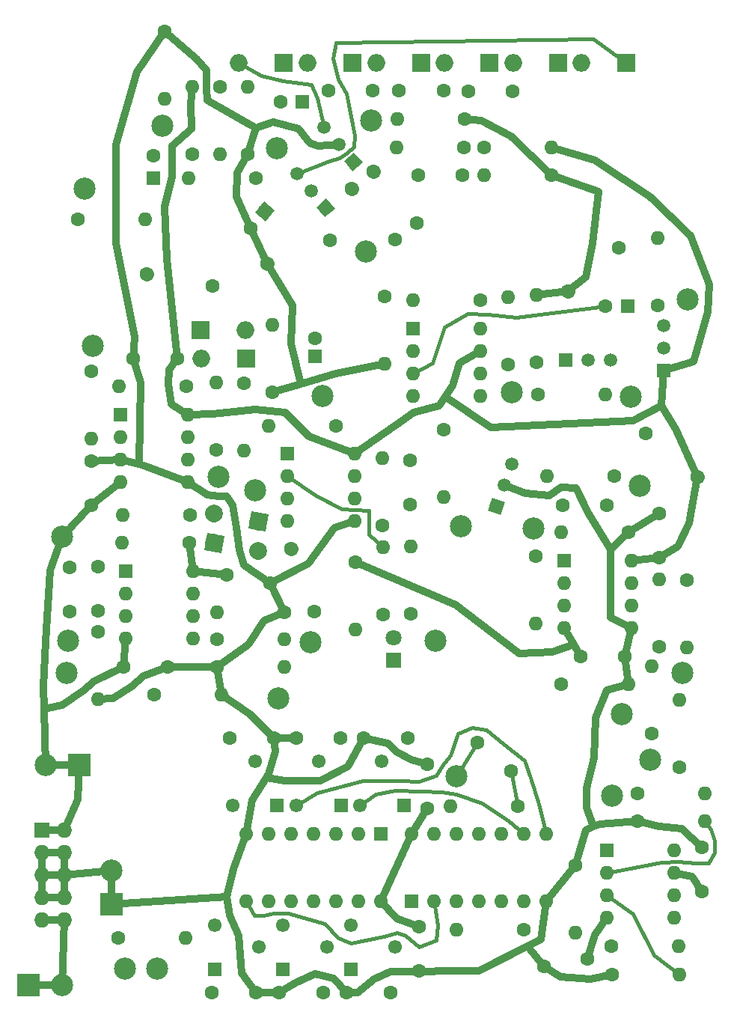
<source format=gbr>
G04 #@! TF.GenerationSoftware,KiCad,Pcbnew,(5.1.2-1)-1*
G04 #@! TF.CreationDate,2022-06-02T01:27:51-04:00*
G04 #@! TF.ProjectId,Cynare - CGS,43796e61-7265-4202-9d20-4347532e6b69,rev?*
G04 #@! TF.SameCoordinates,Original*
G04 #@! TF.FileFunction,Copper,L1,Top*
G04 #@! TF.FilePolarity,Positive*
%FSLAX46Y46*%
G04 Gerber Fmt 4.6, Leading zero omitted, Abs format (unit mm)*
G04 Created by KiCad (PCBNEW (5.1.2-1)-1) date 2022-06-02 01:27:51*
%MOMM*%
%LPD*%
G04 APERTURE LIST*
%ADD10C,2.499360*%
%ADD11R,1.500000X1.500000*%
%ADD12C,1.500000*%
%ADD13C,0.100000*%
%ADD14C,1.600000*%
%ADD15R,1.600000X1.600000*%
%ADD16C,2.000000*%
%ADD17C,2.000000*%
%ADD18R,1.800000X1.800000*%
%ADD19C,1.800000*%
%ADD20O,2.000000X2.000000*%
%ADD21R,2.000000X2.000000*%
%ADD22R,1.727200X1.727200*%
%ADD23O,1.727200X1.727200*%
%ADD24R,2.499360X2.499360*%
%ADD25O,1.600000X1.600000*%
%ADD26C,1.600000*%
%ADD27C,1.550000*%
%ADD28R,1.550000X1.550000*%
%ADD29C,0.812800*%
%ADD30C,0.406400*%
G04 APERTURE END LIST*
D10*
X65450000Y-71070000D03*
D11*
X88410000Y-53480000D03*
D12*
X88410000Y-48400000D03*
X88410000Y-50940000D03*
D11*
X77330000Y-52299999D03*
D12*
X82410000Y-52299999D03*
X79870000Y-52299999D03*
X53250000Y-29860000D03*
D13*
G36*
X53342443Y-28803376D02*
G01*
X54306624Y-29952443D01*
X53157557Y-30916624D01*
X52193376Y-29767557D01*
X53342443Y-28803376D01*
X53342443Y-28803376D01*
G37*
D12*
X49984639Y-25968494D03*
X51617319Y-27914247D03*
X50130000Y-35070000D03*
D13*
G36*
X50222443Y-34013376D02*
G01*
X51186624Y-35162443D01*
X50037557Y-36126624D01*
X49073376Y-34977557D01*
X50222443Y-34013376D01*
X50222443Y-34013376D01*
G37*
D12*
X46864639Y-31178494D03*
X48497319Y-33124247D03*
X69440000Y-68810000D03*
D13*
G36*
X70401285Y-68361746D02*
G01*
X69888254Y-69771285D01*
X68478715Y-69258254D01*
X68991746Y-67848715D01*
X70401285Y-68361746D01*
X70401285Y-68361746D01*
G37*
D12*
X71177462Y-64036361D03*
X70308731Y-66423181D03*
D14*
X48890000Y-49850000D03*
D15*
X48890000Y-51850000D03*
D14*
X39269999Y-95010000D03*
X44269999Y-95010000D03*
X46840001Y-95010000D03*
X51840001Y-95010000D03*
X59450002Y-95030000D03*
X54450002Y-95030000D03*
X24360000Y-80670000D03*
X24360000Y-75670000D03*
X21180000Y-75700000D03*
X21180000Y-80700000D03*
X76970000Y-68720000D03*
X81970000Y-68720000D03*
X71110222Y-98763938D03*
X67280000Y-95550000D03*
X37270000Y-123800000D03*
X42270000Y-123800000D03*
X44860000Y-123809999D03*
X49860000Y-123809999D03*
X57450001Y-123820002D03*
X52450001Y-123820002D03*
X87880000Y-69620000D03*
X87880000Y-74620000D03*
X78960000Y-85790000D03*
X83960000Y-85790000D03*
X59720000Y-63610000D03*
X59720000Y-68610000D03*
X92690000Y-112380000D03*
X92690000Y-107380000D03*
X23600000Y-63720000D03*
X23600000Y-68720000D03*
X43820000Y-77480000D03*
X38895961Y-76611759D03*
X27260000Y-86990000D03*
X32260000Y-86990000D03*
X61620000Y-102990002D03*
X61620000Y-97990002D03*
X74845961Y-120878241D03*
X79770000Y-120010000D03*
X60660000Y-121400000D03*
X60660000Y-116400000D03*
X33360000Y-52150000D03*
X28360000Y-52150000D03*
D15*
X30600000Y-31670000D03*
D14*
X30600000Y-29170000D03*
X41663031Y-37375111D03*
X43270000Y-35460000D03*
D13*
G36*
X43171395Y-34332934D02*
G01*
X44397066Y-35361395D01*
X43368605Y-36587066D01*
X42142934Y-35558605D01*
X43171395Y-34332934D01*
X43171395Y-34332934D01*
G37*
D15*
X47510000Y-23090000D03*
D14*
X45010000Y-23090000D03*
X66300001Y-21859999D03*
X71300001Y-21859999D03*
X58450002Y-21839998D03*
X63450002Y-21839998D03*
X60600000Y-31350000D03*
X65600000Y-31350000D03*
X50469998Y-21800000D03*
X55469998Y-21800000D03*
X81780000Y-46180000D03*
D15*
X84280000Y-46180000D03*
D16*
X42522823Y-73862133D03*
D17*
X42522823Y-73862133D02*
X42522823Y-73862133D01*
D16*
X37520000Y-72980000D03*
D13*
G36*
X36361544Y-73791160D02*
G01*
X36708840Y-71821544D01*
X38678456Y-72168840D01*
X38331160Y-74138456D01*
X36361544Y-73791160D01*
X36361544Y-73791160D01*
G37*
D16*
X42510000Y-70550000D03*
D13*
G36*
X43668456Y-69738840D02*
G01*
X43321160Y-71708456D01*
X41351544Y-71361160D01*
X41698840Y-69391544D01*
X43668456Y-69738840D01*
X43668456Y-69738840D01*
G37*
D16*
X37507177Y-69667867D03*
D17*
X37507177Y-69667867D02*
X37507177Y-69667867D01*
D18*
X57830000Y-86250000D03*
D19*
X57830000Y-83710000D03*
D20*
X41071001Y-48865001D03*
D21*
X35991001Y-48865001D03*
X41110000Y-52130000D03*
D20*
X36030000Y-52130000D03*
X79090001Y-18660002D03*
D21*
X84170001Y-18660002D03*
X76408999Y-18695000D03*
D20*
X71328999Y-18695000D03*
X63580002Y-18660000D03*
D21*
X68660002Y-18660000D03*
X60909999Y-18660001D03*
D20*
X55829999Y-18660001D03*
X48080001Y-18660002D03*
D21*
X53160001Y-18660002D03*
X45399999Y-18659999D03*
D20*
X40319999Y-18659999D03*
D10*
X20840000Y-87690000D03*
X44810000Y-90580000D03*
X20970000Y-83990000D03*
X83670000Y-92300000D03*
X48440000Y-84160000D03*
X73670000Y-71360000D03*
X64960002Y-99390001D03*
X42160000Y-66990000D03*
X86830000Y-97500000D03*
X20330000Y-72300000D03*
X49810000Y-56340000D03*
X85710000Y-66480000D03*
X62520000Y-84050000D03*
X82540000Y-101540000D03*
X23780000Y-50640000D03*
X38010000Y-65480000D03*
X90500000Y-87710000D03*
X31080000Y-121120000D03*
X54680000Y-40030000D03*
X22820000Y-32930000D03*
X84660000Y-56460000D03*
X91100000Y-45440000D03*
X71160000Y-55890000D03*
D22*
X18034000Y-105410000D03*
D23*
X20574000Y-105410000D03*
X18034000Y-107950000D03*
X20574000Y-107950000D03*
X18034000Y-110490000D03*
X20574000Y-110490000D03*
X18034000Y-113030000D03*
X20574000Y-113030000D03*
X18034000Y-115570000D03*
X20574000Y-115570000D03*
D24*
X16510000Y-122936000D03*
D10*
X20320000Y-122936000D03*
X25908000Y-109982000D03*
D24*
X25908000Y-113792000D03*
X22244000Y-98044000D03*
D10*
X18434000Y-98044000D03*
X27420000Y-121110000D03*
X44619998Y-28280000D03*
X31670000Y-25780000D03*
X55290001Y-25190001D03*
D14*
X24360000Y-83040000D03*
D25*
X24360000Y-90660000D03*
D14*
X37800000Y-87000000D03*
D25*
X45420000Y-87000000D03*
X45460000Y-83890000D03*
D14*
X37840000Y-83890000D03*
D25*
X38330000Y-90090000D03*
D14*
X30710000Y-90090000D03*
D25*
X27090000Y-72970000D03*
D14*
X34710000Y-72970000D03*
X45480000Y-80790000D03*
D25*
X37860000Y-80790000D03*
D14*
X34770000Y-69840000D03*
D25*
X27150000Y-69840000D03*
D14*
X86370000Y-60600000D03*
X92207259Y-65498042D03*
D26*
X92207259Y-65498042D02*
X92207259Y-65498042D01*
D14*
X48860000Y-80750000D03*
X46253807Y-73589542D03*
D26*
X46253807Y-73589542D02*
X46253807Y-73589542D01*
D25*
X84390000Y-88910000D03*
D14*
X76770000Y-88910000D03*
X84370000Y-71750000D03*
D25*
X76750000Y-71750000D03*
D14*
X71889998Y-102750001D03*
D25*
X64269998Y-102750001D03*
X78350000Y-117090000D03*
D14*
X78350000Y-109470000D03*
D25*
X73920000Y-82060000D03*
D14*
X73920000Y-74440000D03*
X72520000Y-116670000D03*
D25*
X64900000Y-116670000D03*
D14*
X51290000Y-59710000D03*
D25*
X43670000Y-59710000D03*
D14*
X82780000Y-65380000D03*
D25*
X75160000Y-65380000D03*
X56620000Y-73450000D03*
D14*
X56620000Y-81070000D03*
D25*
X53510000Y-82780000D03*
D14*
X53510000Y-75160000D03*
X59790000Y-81000000D03*
D25*
X59790000Y-73380000D03*
D14*
X85460000Y-101320000D03*
D25*
X93080000Y-101320000D03*
X93040000Y-104410000D03*
D14*
X85420000Y-104410000D03*
X82430000Y-118600000D03*
D25*
X90050000Y-118600000D03*
D14*
X23590000Y-53570000D03*
D25*
X23590000Y-61190000D03*
D14*
X82510000Y-121820000D03*
D25*
X90130000Y-121820000D03*
X26730000Y-55260000D03*
D14*
X34350000Y-55260000D03*
D25*
X87050000Y-86930000D03*
D14*
X87050000Y-94550000D03*
X90180000Y-98300000D03*
D25*
X90180000Y-90680000D03*
D14*
X37740000Y-62480000D03*
D25*
X37740000Y-54860000D03*
X56580000Y-63410000D03*
D14*
X56580000Y-71030000D03*
D25*
X87850000Y-77090000D03*
D14*
X87850000Y-84710000D03*
D25*
X40920000Y-62520000D03*
D14*
X40920000Y-54900000D03*
X44060000Y-55960000D03*
D25*
X44060000Y-48340000D03*
X90970000Y-84760000D03*
D14*
X90970000Y-77140000D03*
D25*
X63500000Y-67760000D03*
D14*
X63500000Y-60140000D03*
D25*
X34270000Y-117640000D03*
D14*
X26650000Y-117640000D03*
X29845765Y-42566801D03*
D26*
X29845765Y-42566801D02*
X29845765Y-42566801D01*
D14*
X37350000Y-43890000D03*
X53061958Y-32852741D03*
D26*
X53061958Y-32852741D02*
X53061958Y-32852741D01*
D14*
X57960000Y-38690000D03*
X22080000Y-36320000D03*
D25*
X29700000Y-36320000D03*
D14*
X43489542Y-41316193D03*
D26*
X43489542Y-41316193D02*
X43489542Y-41316193D01*
D14*
X50650000Y-38710000D03*
X31880000Y-15100000D03*
D25*
X31880000Y-22720000D03*
D14*
X42270000Y-31690000D03*
D25*
X34650000Y-31690000D03*
X35060000Y-21390000D03*
D14*
X35060000Y-29010000D03*
X41269998Y-29009999D03*
D25*
X41269998Y-21389999D03*
D14*
X55561958Y-30932741D03*
D26*
X55561958Y-30932741D02*
X55561958Y-30932741D01*
D14*
X60460000Y-36770000D03*
D25*
X58279998Y-24989999D03*
D14*
X65899998Y-24989999D03*
D25*
X38150000Y-28970000D03*
D14*
X38150000Y-21350000D03*
D25*
X68040001Y-31399999D03*
D14*
X75660001Y-31399999D03*
X65799998Y-28200001D03*
D25*
X58179998Y-28200001D03*
D14*
X68030000Y-28240000D03*
D25*
X75650000Y-28240000D03*
D14*
X73950000Y-52520000D03*
D25*
X73950000Y-44900000D03*
D14*
X87670000Y-46080000D03*
D25*
X87670000Y-38460000D03*
X81740000Y-56160000D03*
D14*
X74120000Y-56160000D03*
X83340000Y-39550000D03*
X77502741Y-44448042D03*
D26*
X77502741Y-44448042D02*
X77502741Y-44448042D01*
D25*
X56810000Y-52670000D03*
D14*
X56810000Y-45050000D03*
X67629999Y-45480000D03*
D25*
X60009999Y-45480000D03*
X70789999Y-45140000D03*
D14*
X70789999Y-52760000D03*
D27*
X39640000Y-102649999D03*
D28*
X44640000Y-102649999D03*
D27*
X42140000Y-97649999D03*
X53980001Y-102649998D03*
D28*
X58980001Y-102649998D03*
D27*
X56480001Y-97649998D03*
X49349998Y-97640002D03*
D28*
X51849998Y-102640002D03*
D27*
X46849998Y-102640002D03*
X42540001Y-118680000D03*
D28*
X37540001Y-121180000D03*
D27*
X37540001Y-116180000D03*
X50290000Y-118670000D03*
D28*
X45290000Y-121170000D03*
D27*
X45290000Y-116170000D03*
X53010000Y-116180000D03*
D28*
X53010000Y-121180000D03*
D27*
X58010000Y-118680000D03*
D25*
X35156000Y-76194000D03*
X27536000Y-83814000D03*
X35156000Y-78734000D03*
X27536000Y-81274000D03*
X35156000Y-81274000D03*
X27536000Y-78734000D03*
X35156000Y-83814000D03*
D15*
X27536000Y-76194000D03*
D25*
X53430000Y-62860000D03*
X45810000Y-70480000D03*
X53430000Y-65400000D03*
X45810000Y-67940000D03*
X53430000Y-67940000D03*
X45810000Y-65400000D03*
X53430000Y-70480000D03*
D15*
X45810000Y-62860000D03*
X77140000Y-74980000D03*
D25*
X84760000Y-82600000D03*
X77140000Y-77520000D03*
X84760000Y-80060000D03*
X77140000Y-80060000D03*
X84760000Y-77520000D03*
X77140000Y-82600000D03*
X84760000Y-74980000D03*
D15*
X26900000Y-58470000D03*
D25*
X34520000Y-66090000D03*
X26900000Y-61010000D03*
X34520000Y-63550000D03*
X26900000Y-63550000D03*
X34520000Y-61010000D03*
X26900000Y-66090000D03*
X34520000Y-58470000D03*
X56390001Y-113469999D03*
X41150001Y-105849999D03*
X53850001Y-113469999D03*
X43690001Y-105849999D03*
X51310001Y-113469999D03*
X46230001Y-105849999D03*
X48770001Y-113469999D03*
X48770001Y-105849999D03*
X46230001Y-113469999D03*
X51310001Y-105849999D03*
X43690001Y-113469999D03*
X53850001Y-105849999D03*
X41150001Y-113469999D03*
D15*
X56390001Y-105849999D03*
X59880002Y-113510000D03*
D25*
X75120002Y-105890000D03*
X62420002Y-113510000D03*
X72580002Y-105890000D03*
X64960002Y-113510000D03*
X70040002Y-105890000D03*
X67500002Y-113510000D03*
X67500002Y-105890000D03*
X70040002Y-113510000D03*
X64960002Y-105890000D03*
X72580002Y-113510000D03*
X62420002Y-105890000D03*
X75120002Y-113510000D03*
X59880002Y-105890000D03*
X89580000Y-107730000D03*
X81960000Y-115350000D03*
X89580000Y-110270000D03*
X81960000Y-112810000D03*
X89580000Y-112810000D03*
X81960000Y-110270000D03*
X89580000Y-115350000D03*
D15*
X81960000Y-107730000D03*
X60000001Y-48719999D03*
D25*
X67620001Y-56339999D03*
X60000001Y-51259999D03*
X67620001Y-53799999D03*
X60000001Y-53799999D03*
X67620001Y-51259999D03*
X60000001Y-56339999D03*
X67620001Y-48719999D03*
D29*
X42270000Y-123799999D02*
X44859999Y-123810001D01*
X41149999Y-105850002D02*
X41790001Y-102100000D01*
X43680000Y-99120003D02*
X44470001Y-96530000D01*
X44470001Y-96530000D02*
X44270000Y-95010000D01*
X44270000Y-95010000D02*
X46840001Y-95009999D01*
X54449997Y-95030003D02*
X52650000Y-98269999D01*
X52650000Y-98269999D02*
X49550000Y-99860002D01*
X49550000Y-99860002D02*
X45520000Y-99860002D01*
X45520000Y-99860002D02*
X43404455Y-99554455D01*
X43404455Y-99554455D02*
X43680000Y-99120003D01*
X41790001Y-102100000D02*
X43404455Y-99554455D01*
X52450001Y-123820002D02*
X51059999Y-122219999D01*
X51059999Y-122219999D02*
X48930001Y-121699999D01*
X48930001Y-121699999D02*
X46739999Y-122700000D01*
X46739999Y-122700000D02*
X44859999Y-123810001D01*
X42270000Y-123799999D02*
X40620000Y-121580002D01*
X40620000Y-121580002D02*
X40319999Y-117350000D01*
X40319999Y-117350000D02*
X39240004Y-115070002D01*
X39240004Y-115070002D02*
X38940000Y-112970001D01*
X38940000Y-112970001D02*
X39690000Y-109880000D01*
X39690000Y-109880000D02*
X41149999Y-105850002D01*
X78350000Y-109470000D02*
X75119999Y-113510000D01*
X75119999Y-113510000D02*
X74490000Y-117810002D01*
X67489999Y-121380001D02*
X57470002Y-121449999D01*
X57470002Y-121449999D02*
X55620000Y-122279998D01*
X55620000Y-122279998D02*
X53760000Y-123789999D01*
X53760000Y-123789999D02*
X52450001Y-123820002D01*
X54449997Y-95030003D02*
X57170000Y-95650000D01*
X57170000Y-95650000D02*
X58240002Y-96640000D01*
X58240002Y-96640000D02*
X59850000Y-97519998D01*
X59850000Y-97519998D02*
X61620000Y-97990002D01*
X74845961Y-120878241D02*
X72993313Y-118573313D01*
X72993313Y-118573313D02*
X67489999Y-121380001D01*
X74490000Y-117810002D02*
X72993313Y-118573313D01*
X82510000Y-121820000D02*
X80080000Y-122260000D01*
X80080000Y-122260000D02*
X76660000Y-122080000D01*
X76660000Y-122080000D02*
X74845961Y-120878241D01*
X84370000Y-71750000D02*
X87880000Y-69620000D01*
X84760000Y-82600000D02*
X83960000Y-85790000D01*
X82380000Y-73730000D02*
X84370000Y-71750000D01*
X82380000Y-81420000D02*
X82380000Y-73730000D01*
X84760000Y-82600000D02*
X82380000Y-81420000D01*
X38330000Y-90090000D02*
X37800000Y-87000000D01*
X37800000Y-87000000D02*
X32260000Y-86990000D01*
X32260000Y-86990000D02*
X29560000Y-87980000D01*
X29560000Y-87980000D02*
X28180000Y-89200000D01*
X28180000Y-89200000D02*
X26030000Y-90530000D01*
X26030000Y-90530000D02*
X24360000Y-90660000D01*
X38330000Y-90090000D02*
X41550000Y-92310000D01*
X41550000Y-92310000D02*
X44269999Y-95010000D01*
X45480000Y-80790000D02*
X43820000Y-77480000D01*
X37800000Y-87000000D02*
X41410000Y-84420000D01*
X41410000Y-84420000D02*
X43190000Y-81780000D01*
X43190000Y-81780000D02*
X45480000Y-80790000D01*
X53430000Y-70480000D02*
X51170000Y-71210000D01*
X51170000Y-71210000D02*
X48170000Y-75340000D01*
X48170000Y-75340000D02*
X43820000Y-77480000D01*
X43820000Y-77480000D02*
X40880000Y-75510000D01*
X40880000Y-75510000D02*
X40350000Y-73760000D01*
X40350000Y-73760000D02*
X40070000Y-71250000D01*
X40070000Y-71250000D02*
X39620000Y-68700000D01*
X39620000Y-68700000D02*
X38900000Y-67690000D01*
X38900000Y-67690000D02*
X37970000Y-67690000D01*
X37970000Y-67690000D02*
X36710000Y-67550000D01*
X36710000Y-67550000D02*
X34520000Y-66090000D01*
X34520000Y-66090000D02*
X29790000Y-64290000D01*
X23600000Y-63720000D02*
X26900000Y-63550000D01*
X28360000Y-52150000D02*
X29200000Y-54790000D01*
X29200000Y-54790000D02*
X29001819Y-64088181D01*
X29001819Y-64088181D02*
X26900000Y-63550000D01*
X29790000Y-64290000D02*
X29001819Y-64088181D01*
X92690000Y-107380000D02*
X90440000Y-105320000D01*
X90440000Y-105320000D02*
X87850000Y-105030000D01*
X87850000Y-105030000D02*
X85420000Y-104410000D01*
X85420000Y-104410000D02*
X81160000Y-104740000D01*
X79590000Y-105420000D02*
X78350000Y-109470000D01*
X84390000Y-88910000D02*
X83960000Y-85790000D01*
X84390000Y-88910000D02*
X81910000Y-89620000D01*
X81910000Y-89620000D02*
X80650000Y-92720000D01*
X80650000Y-92720000D02*
X80520000Y-97200000D01*
X80520000Y-97200000D02*
X79640000Y-100740000D01*
X79640000Y-100740000D02*
X79700000Y-102890000D01*
X79700000Y-102890000D02*
X80413377Y-105063377D01*
X80413377Y-105063377D02*
X79590000Y-105420000D01*
X81160000Y-104740000D02*
X80413377Y-105063377D01*
X25908000Y-113792000D02*
X25908000Y-109982000D01*
X25908000Y-109982000D02*
X20574000Y-110490000D01*
X20574000Y-107950000D02*
X20574000Y-110490000D01*
X18034000Y-110490000D02*
X20574000Y-110490000D01*
X20574000Y-107950000D02*
X18034000Y-107950000D01*
X18034000Y-107950000D02*
X18034000Y-110490000D01*
X18034000Y-110490000D02*
X18034000Y-113030000D01*
X20574000Y-113030000D02*
X18034000Y-113030000D01*
X20574000Y-113030000D02*
X20574000Y-110490000D01*
X25908000Y-113792000D02*
X38940000Y-112970001D01*
X41663031Y-37375111D02*
X43489542Y-41316193D01*
X41663031Y-37375111D02*
X40030000Y-33820000D01*
X40030000Y-33820000D02*
X40090000Y-31080000D01*
X40090000Y-31080000D02*
X41269998Y-29009999D01*
X41269998Y-29009999D02*
X42230000Y-26060000D01*
X42230000Y-26060000D02*
X44170000Y-25320000D01*
X44170000Y-25320000D02*
X47100000Y-26090000D01*
X47100000Y-26090000D02*
X48330000Y-27750000D01*
X48330000Y-27750000D02*
X49240000Y-28060000D01*
X49240000Y-28060000D02*
X51617319Y-27914247D01*
X42230000Y-26060000D02*
X36760000Y-22860000D01*
X36760000Y-22860000D02*
X36670000Y-21530000D01*
X36670000Y-21530000D02*
X36640000Y-19480000D01*
X36640000Y-19480000D02*
X35530000Y-18210000D01*
X35530000Y-18210000D02*
X31880000Y-15100000D01*
X73950000Y-44900000D02*
X77502741Y-44448042D01*
X75660001Y-31399999D02*
X81030000Y-33260000D01*
X81030000Y-33260000D02*
X80310000Y-39060000D01*
X80310000Y-39060000D02*
X79590000Y-42850000D01*
X79590000Y-42850000D02*
X77502741Y-44448042D01*
X31880000Y-15100000D02*
X28740000Y-19720000D01*
X28740000Y-19720000D02*
X26370000Y-27890000D01*
X26370000Y-27890000D02*
X26370000Y-39030000D01*
X26370000Y-39030000D02*
X28500000Y-49690000D01*
X28500000Y-49690000D02*
X28360000Y-52150000D01*
X56810000Y-52670000D02*
X51330000Y-53770000D01*
X51330000Y-53770000D02*
X47300000Y-54990000D01*
X47300000Y-54990000D02*
X44060000Y-55960000D01*
X82380000Y-73730000D02*
X79850000Y-69540000D01*
X79850000Y-69540000D02*
X78510000Y-66770000D01*
X78510000Y-66770000D02*
X76750000Y-66680000D01*
X76750000Y-66680000D02*
X75410000Y-67580000D01*
X75410000Y-67580000D02*
X72730000Y-67380000D01*
X72730000Y-67380000D02*
X70308731Y-66423181D01*
X43489542Y-41316193D02*
X46400000Y-46120000D01*
X46400000Y-46120000D02*
X46240000Y-50410000D01*
X46240000Y-50410000D02*
X47300000Y-54990000D01*
X75660001Y-31399999D02*
X71130000Y-26940000D01*
X71130000Y-26940000D02*
X67730000Y-25200000D01*
X67730000Y-25200000D02*
X65899998Y-24989999D01*
D30*
X71889998Y-102750001D02*
X71110222Y-98763938D01*
X67280000Y-95550000D02*
X64960002Y-99390001D01*
D29*
X79770000Y-120010000D02*
X80620000Y-117300000D01*
X80620000Y-117300000D02*
X81960000Y-115350000D01*
X22244000Y-98044000D02*
X18434000Y-98044000D01*
X20574000Y-105410000D02*
X18034000Y-105410000D01*
X26900000Y-66090000D02*
X23600000Y-68720000D01*
X23600000Y-68720000D02*
X20330000Y-72300000D01*
X20574000Y-105410000D02*
X22090000Y-101950000D01*
X22090000Y-101950000D02*
X22244000Y-98044000D01*
X27260000Y-86990000D02*
X27536000Y-83814000D01*
X20330000Y-72300000D02*
X18960000Y-76070000D01*
X18960000Y-76070000D02*
X18480000Y-84100000D01*
X18480000Y-84100000D02*
X18160000Y-89190000D01*
X27260000Y-86990000D02*
X23960000Y-88620000D01*
X23960000Y-88620000D02*
X22680000Y-89680000D01*
X22680000Y-89680000D02*
X20280000Y-91290000D01*
X20280000Y-91290000D02*
X18238947Y-91741053D01*
X18238947Y-91741053D02*
X18434000Y-98044000D01*
X18160000Y-89190000D02*
X18238947Y-91741053D01*
X53510000Y-75160000D02*
X64880000Y-79990000D01*
X64880000Y-79990000D02*
X72020000Y-85470000D01*
X72020000Y-85470000D02*
X75760000Y-85320000D01*
X75760000Y-85320000D02*
X78182595Y-84427405D01*
X78182595Y-84427405D02*
X77140000Y-82600000D01*
X78960000Y-85790000D02*
X78182595Y-84427405D01*
X59880001Y-105890002D02*
X56390000Y-113470000D01*
X59880001Y-105890002D02*
X61620001Y-102990000D01*
X60660000Y-116400000D02*
X58120000Y-115480000D01*
X58120000Y-115480000D02*
X56390001Y-113469999D01*
X92690000Y-112380000D02*
X91630000Y-110680000D01*
X91630000Y-110680000D02*
X89580000Y-110270000D01*
X92207259Y-65498042D02*
X91270000Y-70720000D01*
X91270000Y-70720000D02*
X89970000Y-73390000D01*
X89970000Y-73390000D02*
X87880000Y-74620000D01*
X84760000Y-74980000D02*
X87880000Y-74620000D01*
X20574000Y-115570000D02*
X18034000Y-115570000D01*
X20574000Y-115570000D02*
X20320000Y-122936000D01*
X16510000Y-122936000D02*
X20320000Y-122936000D01*
X38895961Y-76611759D02*
X35156000Y-76194000D01*
X35156000Y-76194000D02*
X34710000Y-72970000D01*
X34520000Y-58470000D02*
X32680000Y-57310000D01*
X32680000Y-57310000D02*
X32360000Y-55010000D01*
X32360000Y-55010000D02*
X32420000Y-53410000D01*
X32420000Y-53410000D02*
X33360000Y-52150000D01*
X33360000Y-52150000D02*
X32150000Y-40880000D01*
X32150000Y-40880000D02*
X31880000Y-34930000D01*
X31880000Y-34930000D02*
X32790000Y-31560000D01*
X32790000Y-31560000D02*
X32790000Y-28070000D01*
X32790000Y-28070000D02*
X34970000Y-26110000D01*
X34970000Y-26110000D02*
X34850000Y-23290000D01*
X34850000Y-23290000D02*
X35060000Y-21390000D01*
X53430000Y-62860000D02*
X58040000Y-59640000D01*
X58040000Y-59640000D02*
X60080000Y-58230000D01*
X60080000Y-58230000D02*
X62940000Y-57470000D01*
X64480000Y-55190000D02*
X65250000Y-52610000D01*
X65250000Y-52610000D02*
X67620001Y-51259999D01*
X92207259Y-65498042D02*
X89730000Y-60110000D01*
X63653560Y-56413560D02*
X68840000Y-59930000D01*
X62940000Y-57470000D02*
X63653560Y-56413560D01*
X63653560Y-56413560D02*
X64480000Y-55190000D01*
X68840000Y-59930000D02*
X84930000Y-59130000D01*
X84930000Y-59130000D02*
X88124769Y-57485231D01*
X89730000Y-60110000D02*
X88124769Y-57485231D01*
X88124769Y-57485231D02*
X88410000Y-53480000D01*
X53430000Y-62860000D02*
X48280000Y-60910000D01*
X48280000Y-60910000D02*
X45580000Y-58170000D01*
X45580000Y-58170000D02*
X42160000Y-57850000D01*
X42160000Y-57850000D02*
X37300000Y-58350000D01*
X37300000Y-58350000D02*
X34520000Y-58470000D01*
X88410000Y-53480000D02*
X91730000Y-52410000D01*
X91730000Y-52410000D02*
X93370000Y-46840000D01*
X93370000Y-46840000D02*
X93530000Y-43730000D01*
X93530000Y-43730000D02*
X91410000Y-38240000D01*
X91410000Y-38240000D02*
X86820000Y-33820000D01*
X86820000Y-33820000D02*
X80560000Y-29640000D01*
X80560000Y-29640000D02*
X75650000Y-28240000D01*
D30*
X81780000Y-46180000D02*
X71740000Y-47450000D01*
X71740000Y-47450000D02*
X68490000Y-47090000D01*
X68490000Y-47090000D02*
X66180000Y-47000000D01*
X66180000Y-47000000D02*
X63610000Y-48570000D01*
X63610000Y-48570000D02*
X62260000Y-52640000D01*
X62260000Y-52640000D02*
X60000001Y-53799999D01*
X84170001Y-18660002D02*
X80420000Y-15950000D01*
X80420000Y-15950000D02*
X51310000Y-16340000D01*
X51310000Y-16340000D02*
X50950000Y-18190000D01*
X50950000Y-18190000D02*
X51580000Y-20540000D01*
X51580000Y-20540000D02*
X52480000Y-22140000D01*
X52480000Y-22140000D02*
X53390000Y-26880000D01*
X53390000Y-26880000D02*
X53340000Y-28110000D01*
X53340000Y-28110000D02*
X52550000Y-28830000D01*
X52550000Y-28830000D02*
X51700000Y-29450000D01*
X51700000Y-29450000D02*
X50570000Y-29800000D01*
X50570000Y-29800000D02*
X46864639Y-31178494D01*
X49984639Y-25968494D02*
X49160000Y-22620000D01*
X49160000Y-22620000D02*
X48540000Y-21120000D01*
X48540000Y-21120000D02*
X45250000Y-20730000D01*
X45250000Y-20730000D02*
X42840000Y-20140000D01*
X42840000Y-20140000D02*
X40319999Y-18659999D01*
X56620000Y-73450000D02*
X55040000Y-72020000D01*
X55040000Y-72020000D02*
X54990000Y-69330000D01*
X54990000Y-69330000D02*
X53500000Y-69190000D01*
X53500000Y-69190000D02*
X51970000Y-69140000D01*
X51970000Y-69140000D02*
X49000000Y-67610000D01*
X49000000Y-67610000D02*
X45810000Y-65400000D01*
X81960000Y-110270000D02*
X88130000Y-109070000D01*
X88130000Y-109070000D02*
X89960000Y-109000000D01*
X89960000Y-109000000D02*
X92010000Y-109140000D01*
X92010000Y-109140000D02*
X93490000Y-109140000D01*
X93490000Y-109140000D02*
X94150000Y-108010000D01*
X94150000Y-108010000D02*
X94150000Y-106630000D01*
X94150000Y-106630000D02*
X93750000Y-105350000D01*
X93750000Y-105350000D02*
X93040000Y-104410000D01*
X81960000Y-112810000D02*
X84920000Y-114940000D01*
X84920000Y-114940000D02*
X87310000Y-119600000D01*
X87310000Y-119600000D02*
X90130000Y-121820000D01*
X72580000Y-105890000D02*
X70750000Y-104380000D01*
X70750000Y-104380000D02*
X67799998Y-102370003D01*
X67799998Y-102370003D02*
X64910000Y-101380000D01*
X64910000Y-101380000D02*
X63270000Y-101140000D01*
X63270000Y-101140000D02*
X60930000Y-101019999D01*
X60930000Y-101019999D02*
X57970000Y-100960000D01*
X57970000Y-100960000D02*
X55810000Y-101400000D01*
X55810000Y-101400000D02*
X53980001Y-102649997D01*
X75120001Y-105890000D02*
X74210002Y-102460001D01*
X64260000Y-96990003D02*
X63340000Y-98170000D01*
X63340000Y-98170000D02*
X62629998Y-99310000D01*
X62629998Y-99310000D02*
X60700000Y-99920000D01*
X60700000Y-99920000D02*
X58579999Y-99869998D01*
X58579999Y-99869998D02*
X54360000Y-99839999D01*
X54360000Y-99839999D02*
X49220000Y-101229998D01*
X49220000Y-101229998D02*
X46849999Y-102640000D01*
X74210002Y-102460001D02*
X73320000Y-99490000D01*
X73320000Y-99490000D02*
X72670000Y-97560000D01*
X72670000Y-97560000D02*
X70280000Y-95720000D01*
X70280000Y-95720000D02*
X68300000Y-94130000D01*
X68300000Y-94130000D02*
X66680000Y-93870000D01*
X66680000Y-93870000D02*
X65090000Y-94550000D01*
X65090000Y-94550000D02*
X64260000Y-96990003D01*
X56730000Y-117470001D02*
X52969999Y-118220000D01*
X52969999Y-118220000D02*
X51590001Y-117640000D01*
X51590001Y-117640000D02*
X50029999Y-116030000D01*
X50029999Y-116030000D02*
X45919998Y-114860001D01*
X45919998Y-114860001D02*
X44300001Y-114860001D01*
X44300001Y-114860001D02*
X43100001Y-115110000D01*
X43100001Y-115110000D02*
X42100001Y-115110002D01*
X42100001Y-115110002D02*
X41150000Y-113469999D01*
X56730000Y-117470001D02*
X58210000Y-117040000D01*
X58210000Y-117040000D02*
X59210000Y-117400000D01*
X59210000Y-117400000D02*
X60700000Y-118700000D01*
X60700000Y-118700000D02*
X62640000Y-117860000D01*
X62640000Y-117860000D02*
X62780000Y-116240000D01*
X62780000Y-116240000D02*
X62420002Y-113510000D01*
M02*

</source>
